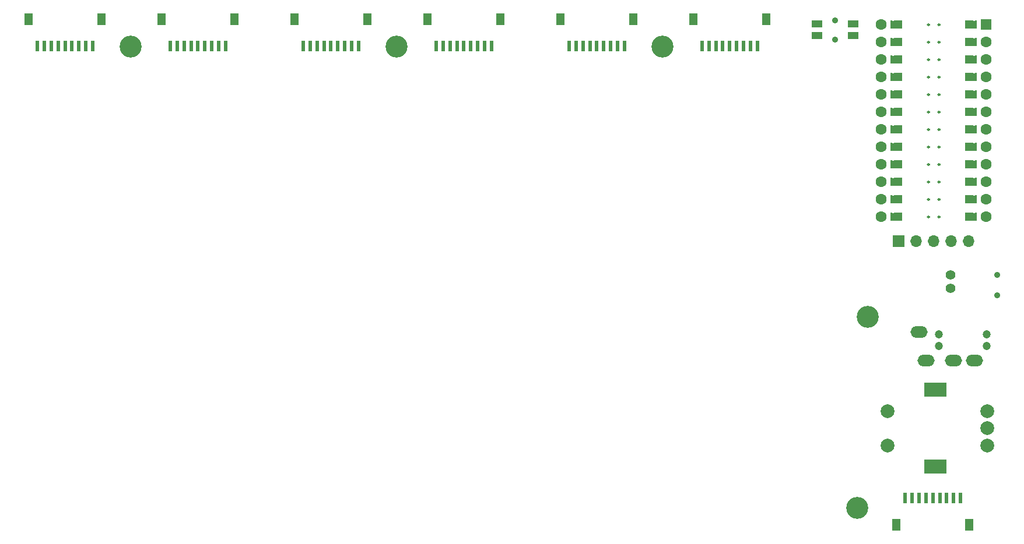
<source format=gbs>
G04 #@! TF.GenerationSoftware,KiCad,Pcbnew,7.0.8*
G04 #@! TF.CreationDate,2023-10-17T17:25:18-07:00*
G04 #@! TF.ProjectId,Seismos_CoreL,53656973-6d6f-4735-9f43-6f72654c2e6b,rev?*
G04 #@! TF.SameCoordinates,Original*
G04 #@! TF.FileFunction,Soldermask,Bot*
G04 #@! TF.FilePolarity,Negative*
%FSLAX46Y46*%
G04 Gerber Fmt 4.6, Leading zero omitted, Abs format (unit mm)*
G04 Created by KiCad (PCBNEW 7.0.8) date 2023-10-17 17:25:18*
%MOMM*%
%LPD*%
G01*
G04 APERTURE LIST*
G04 Aperture macros list*
%AMFreePoly0*
4,1,6,0.600000,0.200000,0.000000,-0.400000,-0.600000,0.200000,-0.600000,0.400000,0.600000,0.400000,0.600000,0.200000,0.600000,0.200000,$1*%
%AMFreePoly1*
4,1,6,0.600000,-0.250000,-0.600000,-0.250000,-0.600000,1.000000,0.000000,0.400000,0.600000,1.000000,0.600000,-0.250000,0.600000,-0.250000,$1*%
G04 Aperture macros list end*
%ADD10C,0.250000*%
%ADD11C,0.100000*%
%ADD12C,2.000000*%
%ADD13R,3.200000X2.000000*%
%ADD14C,1.200000*%
%ADD15O,2.500000X1.700000*%
%ADD16C,3.200000*%
%ADD17R,1.700000X1.700000*%
%ADD18O,1.700000X1.700000*%
%ADD19C,0.900000*%
%ADD20C,1.400000*%
%ADD21C,1.600000*%
%ADD22R,1.600000X1.600000*%
%ADD23FreePoly0,270.000000*%
%ADD24FreePoly0,90.000000*%
%ADD25FreePoly1,90.000000*%
%ADD26FreePoly1,270.000000*%
%ADD27R,0.600000X1.550000*%
%ADD28R,1.200000X1.800000*%
%ADD29R,1.550000X1.000000*%
G04 APERTURE END LIST*
D10*
X166523000Y-22286000D02*
G75*
G03*
X166523000Y-22286000I-125000J0D01*
G01*
X164999000Y-22286000D02*
G75*
G03*
X164999000Y-22286000I-125000J0D01*
G01*
X166523000Y-24826000D02*
G75*
G03*
X166523000Y-24826000I-125000J0D01*
G01*
X164999000Y-24826000D02*
G75*
G03*
X164999000Y-24826000I-125000J0D01*
G01*
X166523000Y-27366000D02*
G75*
G03*
X166523000Y-27366000I-125000J0D01*
G01*
X164999000Y-27366000D02*
G75*
G03*
X164999000Y-27366000I-125000J0D01*
G01*
X166523000Y-29906000D02*
G75*
G03*
X166523000Y-29906000I-125000J0D01*
G01*
X164999000Y-29906000D02*
G75*
G03*
X164999000Y-29906000I-125000J0D01*
G01*
X166523000Y-32446000D02*
G75*
G03*
X166523000Y-32446000I-125000J0D01*
G01*
X164999000Y-32446000D02*
G75*
G03*
X164999000Y-32446000I-125000J0D01*
G01*
X166523000Y-34986000D02*
G75*
G03*
X166523000Y-34986000I-125000J0D01*
G01*
X164999000Y-34986000D02*
G75*
G03*
X164999000Y-34986000I-125000J0D01*
G01*
X166523000Y-37526000D02*
G75*
G03*
X166523000Y-37526000I-125000J0D01*
G01*
X164999000Y-37526000D02*
G75*
G03*
X164999000Y-37526000I-125000J0D01*
G01*
X166523000Y-40066000D02*
G75*
G03*
X166523000Y-40066000I-125000J0D01*
G01*
X164999000Y-40066000D02*
G75*
G03*
X164999000Y-40066000I-125000J0D01*
G01*
X166523000Y-42606000D02*
G75*
G03*
X166523000Y-42606000I-125000J0D01*
G01*
X164999000Y-42606000D02*
G75*
G03*
X164999000Y-42606000I-125000J0D01*
G01*
X166523000Y-45146000D02*
G75*
G03*
X166523000Y-45146000I-125000J0D01*
G01*
X164999000Y-45146000D02*
G75*
G03*
X164999000Y-45146000I-125000J0D01*
G01*
X166523000Y-47686000D02*
G75*
G03*
X166523000Y-47686000I-125000J0D01*
G01*
X164999000Y-47686000D02*
G75*
G03*
X164999000Y-47686000I-125000J0D01*
G01*
X166523000Y-50226000D02*
G75*
G03*
X166523000Y-50226000I-125000J0D01*
G01*
X164999000Y-50226000D02*
G75*
G03*
X164999000Y-50226000I-125000J0D01*
G01*
D11*
X160556000Y-22794000D02*
X159540000Y-22794000D01*
X159540000Y-21778000D01*
X160556000Y-21778000D01*
X160556000Y-22794000D01*
G36*
X160556000Y-22794000D02*
G01*
X159540000Y-22794000D01*
X159540000Y-21778000D01*
X160556000Y-21778000D01*
X160556000Y-22794000D01*
G37*
X171732000Y-22794000D02*
X170716000Y-22794000D01*
X170716000Y-21778000D01*
X171732000Y-21778000D01*
X171732000Y-22794000D01*
G36*
X171732000Y-22794000D02*
G01*
X170716000Y-22794000D01*
X170716000Y-21778000D01*
X171732000Y-21778000D01*
X171732000Y-22794000D01*
G37*
X160556000Y-25334000D02*
X159540000Y-25334000D01*
X159540000Y-24318000D01*
X160556000Y-24318000D01*
X160556000Y-25334000D01*
G36*
X160556000Y-25334000D02*
G01*
X159540000Y-25334000D01*
X159540000Y-24318000D01*
X160556000Y-24318000D01*
X160556000Y-25334000D01*
G37*
X171732000Y-25334000D02*
X170716000Y-25334000D01*
X170716000Y-24318000D01*
X171732000Y-24318000D01*
X171732000Y-25334000D01*
G36*
X171732000Y-25334000D02*
G01*
X170716000Y-25334000D01*
X170716000Y-24318000D01*
X171732000Y-24318000D01*
X171732000Y-25334000D01*
G37*
X160556000Y-27874000D02*
X159540000Y-27874000D01*
X159540000Y-26858000D01*
X160556000Y-26858000D01*
X160556000Y-27874000D01*
G36*
X160556000Y-27874000D02*
G01*
X159540000Y-27874000D01*
X159540000Y-26858000D01*
X160556000Y-26858000D01*
X160556000Y-27874000D01*
G37*
X171732000Y-27874000D02*
X170716000Y-27874000D01*
X170716000Y-26858000D01*
X171732000Y-26858000D01*
X171732000Y-27874000D01*
G36*
X171732000Y-27874000D02*
G01*
X170716000Y-27874000D01*
X170716000Y-26858000D01*
X171732000Y-26858000D01*
X171732000Y-27874000D01*
G37*
X160556000Y-30414000D02*
X159540000Y-30414000D01*
X159540000Y-29398000D01*
X160556000Y-29398000D01*
X160556000Y-30414000D01*
G36*
X160556000Y-30414000D02*
G01*
X159540000Y-30414000D01*
X159540000Y-29398000D01*
X160556000Y-29398000D01*
X160556000Y-30414000D01*
G37*
X171732000Y-30414000D02*
X170716000Y-30414000D01*
X170716000Y-29398000D01*
X171732000Y-29398000D01*
X171732000Y-30414000D01*
G36*
X171732000Y-30414000D02*
G01*
X170716000Y-30414000D01*
X170716000Y-29398000D01*
X171732000Y-29398000D01*
X171732000Y-30414000D01*
G37*
X160556000Y-32954000D02*
X159540000Y-32954000D01*
X159540000Y-31938000D01*
X160556000Y-31938000D01*
X160556000Y-32954000D01*
G36*
X160556000Y-32954000D02*
G01*
X159540000Y-32954000D01*
X159540000Y-31938000D01*
X160556000Y-31938000D01*
X160556000Y-32954000D01*
G37*
X171732000Y-32954000D02*
X170716000Y-32954000D01*
X170716000Y-31938000D01*
X171732000Y-31938000D01*
X171732000Y-32954000D01*
G36*
X171732000Y-32954000D02*
G01*
X170716000Y-32954000D01*
X170716000Y-31938000D01*
X171732000Y-31938000D01*
X171732000Y-32954000D01*
G37*
X160556000Y-35494000D02*
X159540000Y-35494000D01*
X159540000Y-34478000D01*
X160556000Y-34478000D01*
X160556000Y-35494000D01*
G36*
X160556000Y-35494000D02*
G01*
X159540000Y-35494000D01*
X159540000Y-34478000D01*
X160556000Y-34478000D01*
X160556000Y-35494000D01*
G37*
X171732000Y-35494000D02*
X170716000Y-35494000D01*
X170716000Y-34478000D01*
X171732000Y-34478000D01*
X171732000Y-35494000D01*
G36*
X171732000Y-35494000D02*
G01*
X170716000Y-35494000D01*
X170716000Y-34478000D01*
X171732000Y-34478000D01*
X171732000Y-35494000D01*
G37*
X160556000Y-38034000D02*
X159540000Y-38034000D01*
X159540000Y-37018000D01*
X160556000Y-37018000D01*
X160556000Y-38034000D01*
G36*
X160556000Y-38034000D02*
G01*
X159540000Y-38034000D01*
X159540000Y-37018000D01*
X160556000Y-37018000D01*
X160556000Y-38034000D01*
G37*
X171732000Y-38034000D02*
X170716000Y-38034000D01*
X170716000Y-37018000D01*
X171732000Y-37018000D01*
X171732000Y-38034000D01*
G36*
X171732000Y-38034000D02*
G01*
X170716000Y-38034000D01*
X170716000Y-37018000D01*
X171732000Y-37018000D01*
X171732000Y-38034000D01*
G37*
X160556000Y-40574000D02*
X159540000Y-40574000D01*
X159540000Y-39558000D01*
X160556000Y-39558000D01*
X160556000Y-40574000D01*
G36*
X160556000Y-40574000D02*
G01*
X159540000Y-40574000D01*
X159540000Y-39558000D01*
X160556000Y-39558000D01*
X160556000Y-40574000D01*
G37*
X171732000Y-40574000D02*
X170716000Y-40574000D01*
X170716000Y-39558000D01*
X171732000Y-39558000D01*
X171732000Y-40574000D01*
G36*
X171732000Y-40574000D02*
G01*
X170716000Y-40574000D01*
X170716000Y-39558000D01*
X171732000Y-39558000D01*
X171732000Y-40574000D01*
G37*
X160556000Y-43114000D02*
X159540000Y-43114000D01*
X159540000Y-42098000D01*
X160556000Y-42098000D01*
X160556000Y-43114000D01*
G36*
X160556000Y-43114000D02*
G01*
X159540000Y-43114000D01*
X159540000Y-42098000D01*
X160556000Y-42098000D01*
X160556000Y-43114000D01*
G37*
X171732000Y-43114000D02*
X170716000Y-43114000D01*
X170716000Y-42098000D01*
X171732000Y-42098000D01*
X171732000Y-43114000D01*
G36*
X171732000Y-43114000D02*
G01*
X170716000Y-43114000D01*
X170716000Y-42098000D01*
X171732000Y-42098000D01*
X171732000Y-43114000D01*
G37*
X160556000Y-45654000D02*
X159540000Y-45654000D01*
X159540000Y-44638000D01*
X160556000Y-44638000D01*
X160556000Y-45654000D01*
G36*
X160556000Y-45654000D02*
G01*
X159540000Y-45654000D01*
X159540000Y-44638000D01*
X160556000Y-44638000D01*
X160556000Y-45654000D01*
G37*
X171732000Y-45654000D02*
X170716000Y-45654000D01*
X170716000Y-44638000D01*
X171732000Y-44638000D01*
X171732000Y-45654000D01*
G36*
X171732000Y-45654000D02*
G01*
X170716000Y-45654000D01*
X170716000Y-44638000D01*
X171732000Y-44638000D01*
X171732000Y-45654000D01*
G37*
X160556000Y-48194000D02*
X159540000Y-48194000D01*
X159540000Y-47178000D01*
X160556000Y-47178000D01*
X160556000Y-48194000D01*
G36*
X160556000Y-48194000D02*
G01*
X159540000Y-48194000D01*
X159540000Y-47178000D01*
X160556000Y-47178000D01*
X160556000Y-48194000D01*
G37*
X171732000Y-48194000D02*
X170716000Y-48194000D01*
X170716000Y-47178000D01*
X171732000Y-47178000D01*
X171732000Y-48194000D01*
G36*
X171732000Y-48194000D02*
G01*
X170716000Y-48194000D01*
X170716000Y-47178000D01*
X171732000Y-47178000D01*
X171732000Y-48194000D01*
G37*
X160556000Y-50734000D02*
X159540000Y-50734000D01*
X159540000Y-49718000D01*
X160556000Y-49718000D01*
X160556000Y-50734000D01*
G36*
X160556000Y-50734000D02*
G01*
X159540000Y-50734000D01*
X159540000Y-49718000D01*
X160556000Y-49718000D01*
X160556000Y-50734000D01*
G37*
X171732000Y-50734000D02*
X170716000Y-50734000D01*
X170716000Y-49718000D01*
X171732000Y-49718000D01*
X171732000Y-50734000D01*
G36*
X171732000Y-50734000D02*
G01*
X170716000Y-50734000D01*
X170716000Y-49718000D01*
X171732000Y-49718000D01*
X171732000Y-50734000D01*
G37*
D12*
X173390000Y-83460000D03*
X173390000Y-78460000D03*
X173390000Y-80960000D03*
D13*
X165890000Y-86560000D03*
X165890000Y-75360000D03*
D12*
X158890000Y-78460000D03*
X158890000Y-83460000D03*
D14*
X173330000Y-67275000D03*
X166330000Y-67275000D03*
X173330000Y-69025000D03*
X166330000Y-69025000D03*
D15*
X164530000Y-71125000D03*
X168530000Y-71125000D03*
X171530000Y-71125000D03*
X163530000Y-66925000D03*
D16*
X156000000Y-64750000D03*
X87600000Y-25500000D03*
D17*
X160556000Y-53766000D03*
D18*
X163096000Y-53766000D03*
X165636000Y-53766000D03*
X168176000Y-53766000D03*
X170716000Y-53766000D03*
D19*
X174800000Y-61632000D03*
X174800000Y-58632000D03*
D16*
X49000000Y-25500000D03*
D20*
X168050500Y-58632000D03*
X168050500Y-60632000D03*
D16*
X126200000Y-25500000D03*
D21*
X173256000Y-22286000D03*
D22*
X173256000Y-22286000D03*
D23*
X171478000Y-22286000D03*
D24*
X159794000Y-22286000D03*
D21*
X158016000Y-22286000D03*
X173256000Y-24826000D03*
D23*
X171478000Y-24826000D03*
D24*
X159794000Y-24826000D03*
D21*
X158016000Y-24826000D03*
X173256000Y-27366000D03*
D23*
X171478000Y-27366000D03*
D24*
X159794000Y-27366000D03*
D21*
X158016000Y-27366000D03*
X173256000Y-29906000D03*
D23*
X171478000Y-29906000D03*
D24*
X159794000Y-29906000D03*
D21*
X158016000Y-29906000D03*
X173256000Y-32446000D03*
D23*
X171478000Y-32446000D03*
D24*
X159794000Y-32446000D03*
D21*
X158016000Y-32446000D03*
X173256000Y-34986000D03*
D23*
X171478000Y-34986000D03*
D24*
X159794000Y-34986000D03*
D21*
X158016000Y-34986000D03*
X173256000Y-37526000D03*
D23*
X171478000Y-37526000D03*
D24*
X159794000Y-37526000D03*
D21*
X158016000Y-37526000D03*
X173256000Y-40066000D03*
D23*
X171478000Y-40066000D03*
D24*
X159794000Y-40066000D03*
D21*
X158016000Y-40066000D03*
X173256000Y-42606000D03*
D23*
X171478000Y-42606000D03*
D24*
X159794000Y-42606000D03*
D21*
X158016000Y-42606000D03*
X173256000Y-45146000D03*
D23*
X171478000Y-45146000D03*
D24*
X159794000Y-45146000D03*
D21*
X158016000Y-45146000D03*
X173256000Y-47686000D03*
D23*
X171478000Y-47686000D03*
D24*
X159794000Y-47686000D03*
D21*
X158016000Y-47686000D03*
X173256000Y-50226000D03*
D23*
X171478000Y-50226000D03*
D24*
X159794000Y-50226000D03*
D21*
X158016000Y-50226000D03*
D25*
X160810000Y-22286000D03*
X160810000Y-24826000D03*
X160810000Y-27366000D03*
X160810000Y-29906000D03*
X160810000Y-32446000D03*
X160810000Y-34986000D03*
X160810000Y-37526000D03*
X160810000Y-40066000D03*
X160810000Y-42606000D03*
X160810000Y-45146000D03*
X160810000Y-47686000D03*
X160810000Y-50226000D03*
D26*
X170462000Y-50226000D03*
X170462000Y-47686000D03*
X170462000Y-45146000D03*
X170462000Y-42606000D03*
X170462000Y-40066000D03*
X170462000Y-37526000D03*
X170462000Y-34986000D03*
X170462000Y-32446000D03*
X170462000Y-29906000D03*
X170462000Y-27366000D03*
X170462000Y-24826000D03*
X170462000Y-22286000D03*
D16*
X154500000Y-92500000D03*
D27*
X35500000Y-25375000D03*
X36500000Y-25375000D03*
X37500000Y-25375000D03*
X38500000Y-25375000D03*
X39500000Y-25375000D03*
X40500000Y-25375000D03*
X41500000Y-25375000D03*
X42500000Y-25375000D03*
X43500000Y-25375000D03*
D28*
X34200000Y-21500000D03*
X44800000Y-21500000D03*
D27*
X54800000Y-25375000D03*
X55800000Y-25375000D03*
X56800000Y-25375000D03*
X57800000Y-25375000D03*
X58800000Y-25375000D03*
X59800000Y-25375000D03*
X60800000Y-25375000D03*
X61800000Y-25375000D03*
X62800000Y-25375000D03*
D28*
X53500000Y-21500000D03*
X64100000Y-21500000D03*
D19*
X151287500Y-24449500D03*
X151287500Y-21649500D03*
D29*
X153887500Y-23899500D03*
X153887500Y-22199500D03*
X148687500Y-23899500D03*
X148687500Y-22199500D03*
D27*
X132000000Y-25375000D03*
X133000000Y-25375000D03*
X134000000Y-25375000D03*
X135000000Y-25375000D03*
X136000000Y-25375000D03*
X137000000Y-25375000D03*
X138000000Y-25375000D03*
X139000000Y-25375000D03*
X140000000Y-25375000D03*
D28*
X130700000Y-21500000D03*
X141300000Y-21500000D03*
D27*
X169500000Y-91125000D03*
X168500000Y-91125000D03*
X167500000Y-91125000D03*
X166500000Y-91125000D03*
X165500000Y-91125000D03*
X164500000Y-91125000D03*
X163500000Y-91125000D03*
X162500000Y-91125000D03*
X161500000Y-91125000D03*
D28*
X170800000Y-95000000D03*
X160200000Y-95000000D03*
D27*
X93400000Y-25375000D03*
X94400000Y-25375000D03*
X95400000Y-25375000D03*
X96400000Y-25375000D03*
X97400000Y-25375000D03*
X98400000Y-25375000D03*
X99400000Y-25375000D03*
X100400000Y-25375000D03*
X101400000Y-25375000D03*
D28*
X92100000Y-21500000D03*
X102700000Y-21500000D03*
D27*
X74100000Y-25375000D03*
X75100000Y-25375000D03*
X76100000Y-25375000D03*
X77100000Y-25375000D03*
X78100000Y-25375000D03*
X79100000Y-25375000D03*
X80100000Y-25375000D03*
X81100000Y-25375000D03*
X82100000Y-25375000D03*
D28*
X72800000Y-21500000D03*
X83400000Y-21500000D03*
D27*
X112700000Y-25375000D03*
X113700000Y-25375000D03*
X114700000Y-25375000D03*
X115700000Y-25375000D03*
X116700000Y-25375000D03*
X117700000Y-25375000D03*
X118700000Y-25375000D03*
X119700000Y-25375000D03*
X120700000Y-25375000D03*
D28*
X111400000Y-21500000D03*
X122000000Y-21500000D03*
M02*

</source>
